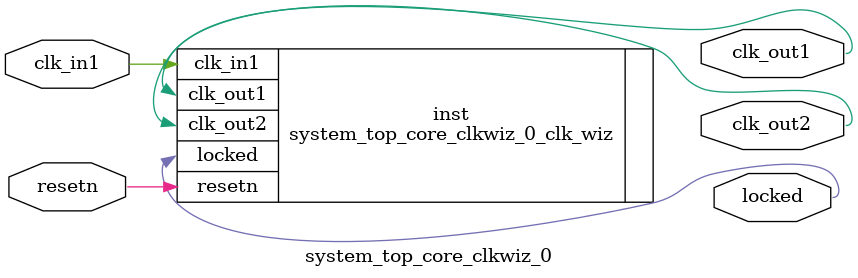
<source format=v>


`timescale 1ps/1ps

(* CORE_GENERATION_INFO = "system_top_core_clkwiz_0,clk_wiz_v6_0_3_0_0,{component_name=system_top_core_clkwiz_0,use_phase_alignment=true,use_min_o_jitter=false,use_max_i_jitter=false,use_dyn_phase_shift=false,use_inclk_switchover=false,use_dyn_reconfig=false,enable_axi=0,feedback_source=FDBK_AUTO,PRIMITIVE=MMCM,num_out_clk=2,clkin1_period=10.000,clkin2_period=10.000,use_power_down=false,use_reset=true,use_locked=true,use_inclk_stopped=false,feedback_type=SINGLE,CLOCK_MGR_TYPE=NA,manual_override=false}" *)

module system_top_core_clkwiz_0 
 (
  // Clock out ports
  output        clk_out1,
  output        clk_out2,
  // Status and control signals
  input         resetn,
  output        locked,
 // Clock in ports
  input         clk_in1
 );

  system_top_core_clkwiz_0_clk_wiz inst
  (
  // Clock out ports  
  .clk_out1(clk_out1),
  .clk_out2(clk_out2),
  // Status and control signals               
  .resetn(resetn), 
  .locked(locked),
 // Clock in ports
  .clk_in1(clk_in1)
  );

endmodule

</source>
